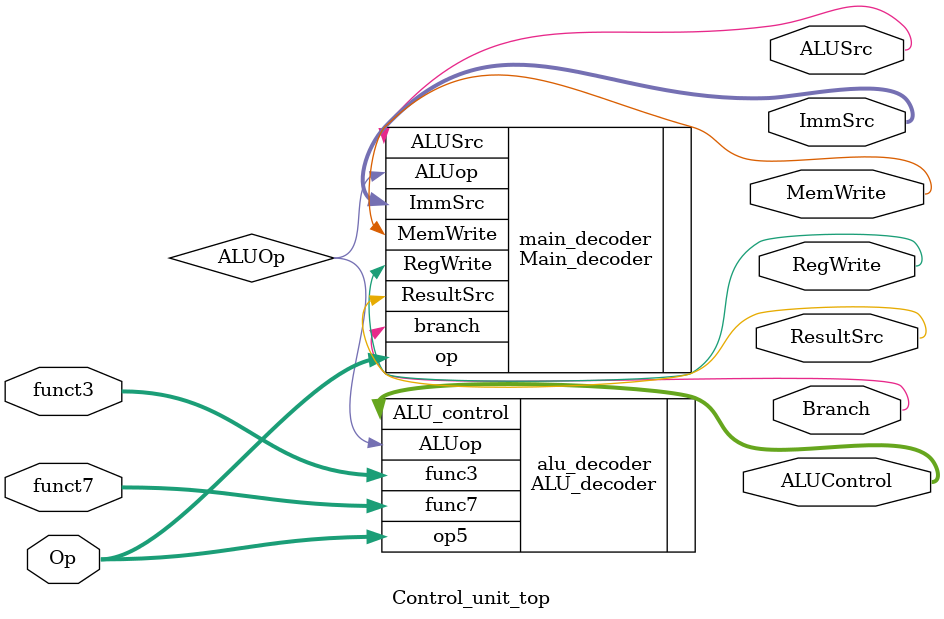
<source format=v>
module Control_unit_top(
    input [6:0]Op,funct7,
    input [2:0]funct3,
    output RegWrite,ALUSrc,MemWrite,ResultSrc,Branch,
    output [1:0]ImmSrc,
    output [2:0]ALUControl
);

Main_decoder main_decoder(
		.op(Op),
                .RegWrite(RegWrite),
                .ImmSrc(ImmSrc),
                .MemWrite(MemWrite),
                .ResultSrc(ResultSrc),
                .branch(Branch),
                .ALUSrc(ALUSrc),
                .ALUop(ALUOp)
);

ALU_decoder alu_decoder(
			    .ALUop(ALUOp),
                            .func3(funct3),
                            .func7(funct7),
                            .op5(Op),
                            .ALU_control(ALUControl)
);
    


endmodule

</source>
